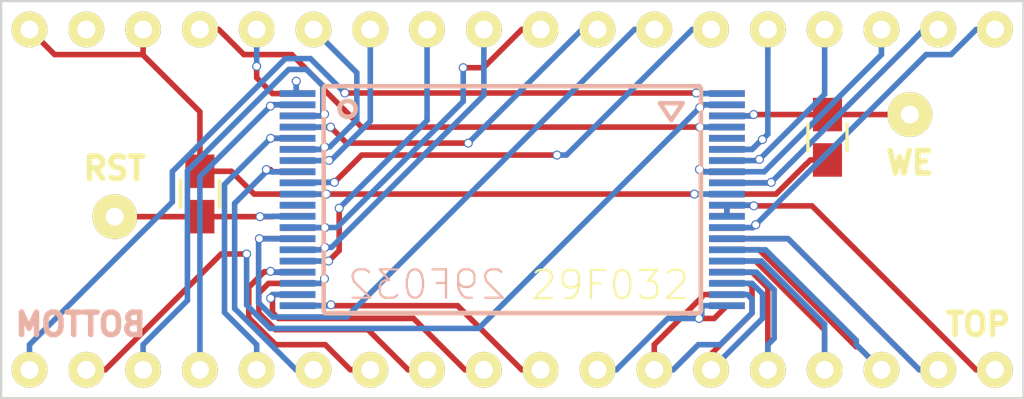
<source format=kicad_pcb>
(kicad_pcb (version 4) (host pcbnew 4.0.2-stable)

  (general
    (links 81)
    (no_connects 0)
    (area 50.749999 134.442999 96.570001 152.323001)
    (thickness 1.6)
    (drawings 8)
    (tracks 380)
    (zones 0)
    (modules 7)
    (nets 37)
  )

  (page A4)
  (layers
    (0 F.Cu signal)
    (31 B.Cu signal)
    (32 B.Adhes user)
    (33 F.Adhes user)
    (34 B.Paste user)
    (35 F.Paste user)
    (36 B.SilkS user)
    (37 F.SilkS user)
    (38 B.Mask user)
    (39 F.Mask user)
    (40 Dwgs.User user)
    (41 Cmts.User user)
    (42 Eco1.User user)
    (43 Eco2.User user)
    (44 Edge.Cuts user)
    (45 Margin user)
    (46 B.CrtYd user)
    (47 F.CrtYd user)
    (48 B.Fab user)
    (49 F.Fab user)
  )

  (setup
    (last_trace_width 0.25)
    (trace_clearance 0.2)
    (zone_clearance 0)
    (zone_45_only yes)
    (trace_min 0.2)
    (segment_width 0.2)
    (edge_width 0.1)
    (via_size 0.4)
    (via_drill 0.3)
    (via_min_size 0.4)
    (via_min_drill 0.3)
    (uvia_size 0.3)
    (uvia_drill 0.1)
    (uvias_allowed no)
    (uvia_min_size 0.2)
    (uvia_min_drill 0.1)
    (pcb_text_width 0.3)
    (pcb_text_size 1.5 1.5)
    (mod_edge_width 0.15)
    (mod_text_size 1 1)
    (mod_text_width 0.15)
    (pad_size 1.99898 1.99898)
    (pad_drill 0.8001)
    (pad_to_mask_clearance 0)
    (aux_axis_origin 0 0)
    (visible_elements 7FFFFF7F)
    (pcbplotparams
      (layerselection 0x00030_80000001)
      (usegerberextensions false)
      (excludeedgelayer true)
      (linewidth 0.100000)
      (plotframeref false)
      (viasonmask false)
      (mode 1)
      (useauxorigin false)
      (hpglpennumber 1)
      (hpglpenspeed 20)
      (hpglpendiameter 15)
      (hpglpenoverlay 2)
      (psnegative false)
      (psa4output false)
      (plotreference true)
      (plotvalue true)
      (plotinvisibletext false)
      (padsonsilk false)
      (subtractmaskfromsilk false)
      (outputformat 1)
      (mirror false)
      (drillshape 0)
      (scaleselection 1)
      (outputdirectory ""))
  )

  (net 0 "")
  (net 1 VCC)
  (net 2 /A20)
  (net 3 /A21)
  (net 4 /A17)
  (net 5 /A18)
  (net 6 /A15)
  (net 7 /A12)
  (net 8 /A7)
  (net 9 /A6)
  (net 10 /A5)
  (net 11 /A4)
  (net 12 /A3)
  (net 13 /A2)
  (net 14 /A1)
  (net 15 /A0)
  (net 16 /D0)
  (net 17 /D1)
  (net 18 /D2)
  (net 19 GND)
  (net 20 /D3)
  (net 21 /D4)
  (net 22 /D5)
  (net 23 /D6)
  (net 24 /D7)
  (net 25 /CE)
  (net 26 /A10)
  (net 27 /A16)
  (net 28 /A11)
  (net 29 /A9)
  (net 30 /A8)
  (net 31 /A13)
  (net 32 /A14)
  (net 33 /A19)
  (net 34 /OE)
  (net 35 /RST)
  (net 36 /WE)

  (net_class Default "Dies ist die voreingestellte Netzklasse."
    (clearance 0.2)
    (trace_width 0.25)
    (via_dia 0.4)
    (via_drill 0.3)
    (uvia_dia 0.3)
    (uvia_drill 0.1)
    (add_net /A0)
    (add_net /A1)
    (add_net /A10)
    (add_net /A11)
    (add_net /A12)
    (add_net /A13)
    (add_net /A14)
    (add_net /A15)
    (add_net /A16)
    (add_net /A17)
    (add_net /A18)
    (add_net /A19)
    (add_net /A2)
    (add_net /A20)
    (add_net /A21)
    (add_net /A3)
    (add_net /A4)
    (add_net /A5)
    (add_net /A6)
    (add_net /A7)
    (add_net /A8)
    (add_net /A9)
    (add_net /CE)
    (add_net /D0)
    (add_net /D1)
    (add_net /D2)
    (add_net /D3)
    (add_net /D4)
    (add_net /D5)
    (add_net /D6)
    (add_net /D7)
    (add_net /OE)
    (add_net /RST)
    (add_net /WE)
    (add_net GND)
    (add_net VCC)
  )

  (module "36Pin DIP:TSOP40" (layer F.Cu) (tedit 57986D12) (tstamp 577A2511)
    (at 73.66 143.383 270)
    (descr "THIN SMALL OUTLINE PLASTIC PACKAGE")
    (tags "THIN SMALL OUTLINE PLASTIC PACKAGE")
    (path /577A1873)
    (attr smd)
    (fp_text reference U2 (at -6.07822 5.715 360) (layer F.SilkS) hide
      (effects (font (size 1.27 1.27) (thickness 0.1016)))
    )
    (fp_text value 29F032 (at 3.83 -4.371 360) (layer F.SilkS)
      (effects (font (size 1.27 1.27) (thickness 0.1016)))
    )
    (fp_circle (center -4.064 7.366) (end -3.81 7.112) (layer F.SilkS) (width 0.2032))
    (fp_line (start 5.08 8.382) (end 5.08 -8.382) (layer F.SilkS) (width 0.2032))
    (fp_line (start -5.08 8.382) (end -5.08 -8.382) (layer F.SilkS) (width 0.2032))
    (fp_line (start 4.99364 8.4328) (end -4.99364 8.4328) (layer F.SilkS) (width 0.2032))
    (fp_line (start -4.99364 -8.4328) (end 4.99364 -8.4328) (layer F.SilkS) (width 0.2032))
    (pad 1 smd rect (at -4.7498 9.59866 270) (size 0.29972 1.59766) (layers F.Cu F.Paste F.Mask)
      (net 33 /A19))
    (pad 2 smd rect (at -4.24942 9.59866 270) (size 0.29972 1.59766) (layers F.Cu F.Paste F.Mask)
      (net 5 /A18))
    (pad 3 smd rect (at -3.74904 9.59866 270) (size 0.29972 1.59766) (layers F.Cu F.Paste F.Mask)
      (net 4 /A17))
    (pad 4 smd rect (at -3.24866 9.59866 270) (size 0.29972 1.59766) (layers F.Cu F.Paste F.Mask)
      (net 27 /A16))
    (pad 5 smd rect (at -2.74828 9.59866 270) (size 0.29972 1.59766) (layers F.Cu F.Paste F.Mask)
      (net 6 /A15))
    (pad 6 smd rect (at -2.2479 9.59866 270) (size 0.29972 1.59766) (layers F.Cu F.Paste F.Mask)
      (net 32 /A14))
    (pad 7 smd rect (at -1.75006 9.59866 270) (size 0.29972 1.59766) (layers F.Cu F.Paste F.Mask)
      (net 31 /A13))
    (pad 8 smd rect (at -1.24968 9.59866 270) (size 0.29972 1.59766) (layers F.Cu F.Paste F.Mask)
      (net 7 /A12))
    (pad 9 smd rect (at -0.7493 9.59866 270) (size 0.29972 1.59766) (layers F.Cu F.Paste F.Mask)
      (net 25 /CE))
    (pad 10 smd rect (at -0.24892 9.59866 270) (size 0.29972 1.59766) (layers F.Cu F.Paste F.Mask)
      (net 1 VCC))
    (pad 11 smd rect (at 0.24892 9.59866 270) (size 0.29972 1.59766) (layers F.Cu F.Paste F.Mask))
    (pad 12 smd rect (at 0.7493 9.59866 270) (size 0.29972 1.59766) (layers F.Cu F.Paste F.Mask)
      (net 35 /RST))
    (pad 13 smd rect (at 1.24968 9.59866 270) (size 0.29972 1.59766) (layers F.Cu F.Paste F.Mask)
      (net 28 /A11))
    (pad 14 smd rect (at 1.74752 9.59866 270) (size 0.29972 1.59766) (layers F.Cu F.Paste F.Mask)
      (net 26 /A10))
    (pad 15 smd rect (at 2.2479 9.59866 270) (size 0.29972 1.59766) (layers F.Cu F.Paste F.Mask)
      (net 29 /A9))
    (pad 16 smd rect (at 2.74828 9.59866 270) (size 0.29972 1.59766) (layers F.Cu F.Paste F.Mask)
      (net 30 /A8))
    (pad 17 smd rect (at 3.24866 9.59866 270) (size 0.29972 1.59766) (layers F.Cu F.Paste F.Mask)
      (net 8 /A7))
    (pad 18 smd rect (at 3.74904 9.59866 270) (size 0.29972 1.59766) (layers F.Cu F.Paste F.Mask)
      (net 9 /A6))
    (pad 19 smd rect (at 4.24942 9.59866 270) (size 0.29972 1.59766) (layers F.Cu F.Paste F.Mask)
      (net 10 /A5))
    (pad 20 smd rect (at 4.7498 9.59866 270) (size 0.29972 1.59766) (layers F.Cu F.Paste F.Mask)
      (net 11 /A4))
    (pad 21 smd rect (at 4.7498 -9.59866 270) (size 0.29972 1.59766) (layers F.Cu F.Paste F.Mask)
      (net 12 /A3))
    (pad 22 smd rect (at 4.24942 -9.59866 270) (size 0.29972 1.59766) (layers F.Cu F.Paste F.Mask)
      (net 13 /A2))
    (pad 23 smd rect (at 3.74904 -9.59866 270) (size 0.29972 1.59766) (layers F.Cu F.Paste F.Mask)
      (net 14 /A1))
    (pad 24 smd rect (at 3.24866 -9.59866 270) (size 0.29972 1.59766) (layers F.Cu F.Paste F.Mask)
      (net 15 /A0))
    (pad 25 smd rect (at 2.74828 -9.59866 270) (size 0.29972 1.59766) (layers F.Cu F.Paste F.Mask)
      (net 16 /D0))
    (pad 26 smd rect (at 2.2479 -9.59866 270) (size 0.29972 1.59766) (layers F.Cu F.Paste F.Mask)
      (net 17 /D1))
    (pad 27 smd rect (at 1.74752 -9.59866 270) (size 0.29972 1.59766) (layers F.Cu F.Paste F.Mask)
      (net 18 /D2))
    (pad 28 smd rect (at 1.24968 -9.59866 270) (size 0.29972 1.59766) (layers F.Cu F.Paste F.Mask)
      (net 20 /D3))
    (pad 29 smd rect (at 0.7493 -9.59866 270) (size 0.29972 1.59766) (layers F.Cu F.Paste F.Mask)
      (net 19 GND))
    (pad 30 smd rect (at 0.24892 -9.59866 270) (size 0.29972 1.59766) (layers F.Cu F.Paste F.Mask)
      (net 19 GND))
    (pad 31 smd rect (at -0.24892 -9.59866 270) (size 0.29972 1.59766) (layers F.Cu F.Paste F.Mask)
      (net 1 VCC))
    (pad 32 smd rect (at -0.7493 -9.59866 270) (size 0.29972 1.59766) (layers F.Cu F.Paste F.Mask)
      (net 21 /D4))
    (pad 33 smd rect (at -1.24968 -9.59866 270) (size 0.29972 1.59766) (layers F.Cu F.Paste F.Mask)
      (net 22 /D5))
    (pad 34 smd rect (at -1.75006 -9.59866 270) (size 0.29972 1.59766) (layers F.Cu F.Paste F.Mask)
      (net 23 /D6))
    (pad 35 smd rect (at -2.2479 -9.59866 270) (size 0.29972 1.59766) (layers F.Cu F.Paste F.Mask)
      (net 24 /D7))
    (pad 36 smd rect (at -2.74828 -9.59866 270) (size 0.29972 1.59766) (layers F.Cu F.Paste F.Mask))
    (pad 37 smd rect (at -3.24866 -9.59866 270) (size 0.29972 1.59766) (layers F.Cu F.Paste F.Mask)
      (net 34 /OE))
    (pad 38 smd rect (at -3.74904 -9.59866 270) (size 0.29972 1.59766) (layers F.Cu F.Paste F.Mask)
      (net 36 /WE))
    (pad 39 smd rect (at -4.24942 -9.59866 270) (size 0.29972 1.59766) (layers F.Cu F.Paste F.Mask)
      (net 3 /A21))
    (pad 40 smd rect (at -4.7498 -9.59866 270) (size 0.29972 1.59766) (layers F.Cu F.Paste F.Mask)
      (net 2 /A20))
  )

  (module "36Pin DIP:TSOP40-REVERSE" (layer B.Cu) (tedit 57986D17) (tstamp 577A2545)
    (at 73.66 143.383 270)
    (descr "THIN SMALL OUTLINE PLASTIC PACKAGE")
    (tags "THIN SMALL OUTLINE PLASTIC PACKAGE")
    (path /577A270A)
    (attr smd)
    (fp_text reference U3 (at -6.07822 -5.715 360) (layer B.SilkS) hide
      (effects (font (size 1.27 1.27) (thickness 0.1016)) (justify mirror))
    )
    (fp_text value 29F032 (at 3.81 3.81 360) (layer B.SilkS)
      (effects (font (size 1.27 1.27) (thickness 0.1016)) (justify mirror))
    )
    (fp_line (start -3.556 -7.112) (end -4.318 -6.604) (layer B.SilkS) (width 0.2))
    (fp_line (start -4.318 -7.62) (end -3.556 -7.112) (layer B.SilkS) (width 0.2))
    (fp_line (start -4.318 -6.604) (end -4.318 -7.62) (layer B.SilkS) (width 0.2))
    (fp_circle (center -4.064 7.366) (end -3.81 7.62) (layer B.SilkS) (width 0.2032))
    (fp_line (start 5.08 -8.382) (end 5.08 8.382) (layer B.SilkS) (width 0.2032))
    (fp_line (start -5.08 -8.382) (end -5.08 8.382) (layer B.SilkS) (width 0.2032))
    (fp_line (start 4.99364 -8.4328) (end -4.99364 -8.4328) (layer B.SilkS) (width 0.2032))
    (fp_line (start -4.99364 8.4328) (end 4.99364 8.4328) (layer B.SilkS) (width 0.2032))
    (pad 40 smd rect (at -4.7498 -9.59866 270) (size 0.29972 1.59766) (layers B.Cu B.Paste B.Mask)
      (net 2 /A20))
    (pad 39 smd rect (at -4.24942 -9.59866 270) (size 0.29972 1.59766) (layers B.Cu B.Paste B.Mask)
      (net 3 /A21))
    (pad 38 smd rect (at -3.74904 -9.59866 270) (size 0.29972 1.59766) (layers B.Cu B.Paste B.Mask)
      (net 36 /WE))
    (pad 37 smd rect (at -3.24866 -9.59866 270) (size 0.29972 1.59766) (layers B.Cu B.Paste B.Mask)
      (net 34 /OE))
    (pad 36 smd rect (at -2.74828 -9.59866 270) (size 0.29972 1.59766) (layers B.Cu B.Paste B.Mask))
    (pad 35 smd rect (at -2.2479 -9.59866 270) (size 0.29972 1.59766) (layers B.Cu B.Paste B.Mask)
      (net 24 /D7))
    (pad 34 smd rect (at -1.75006 -9.59866 270) (size 0.29972 1.59766) (layers B.Cu B.Paste B.Mask)
      (net 23 /D6))
    (pad 33 smd rect (at -1.24968 -9.59866 270) (size 0.29972 1.59766) (layers B.Cu B.Paste B.Mask)
      (net 22 /D5))
    (pad 32 smd rect (at -0.7493 -9.59866 270) (size 0.29972 1.59766) (layers B.Cu B.Paste B.Mask)
      (net 21 /D4))
    (pad 31 smd rect (at -0.24892 -9.59866 270) (size 0.29972 1.59766) (layers B.Cu B.Paste B.Mask)
      (net 1 VCC))
    (pad 30 smd rect (at 0.24892 -9.59866 270) (size 0.29972 1.59766) (layers B.Cu B.Paste B.Mask)
      (net 19 GND))
    (pad 29 smd rect (at 0.7493 -9.59866 270) (size 0.29972 1.59766) (layers B.Cu B.Paste B.Mask)
      (net 19 GND))
    (pad 28 smd rect (at 1.24968 -9.59866 270) (size 0.29972 1.59766) (layers B.Cu B.Paste B.Mask)
      (net 20 /D3))
    (pad 27 smd rect (at 1.74752 -9.59866 270) (size 0.29972 1.59766) (layers B.Cu B.Paste B.Mask)
      (net 18 /D2))
    (pad 26 smd rect (at 2.2479 -9.59866 270) (size 0.29972 1.59766) (layers B.Cu B.Paste B.Mask)
      (net 17 /D1))
    (pad 25 smd rect (at 2.74828 -9.59866 270) (size 0.29972 1.59766) (layers B.Cu B.Paste B.Mask)
      (net 16 /D0))
    (pad 24 smd rect (at 3.24866 -9.59866 270) (size 0.29972 1.59766) (layers B.Cu B.Paste B.Mask)
      (net 15 /A0))
    (pad 23 smd rect (at 3.74904 -9.59866 270) (size 0.29972 1.59766) (layers B.Cu B.Paste B.Mask)
      (net 14 /A1))
    (pad 22 smd rect (at 4.24942 -9.59866 270) (size 0.29972 1.59766) (layers B.Cu B.Paste B.Mask)
      (net 13 /A2))
    (pad 21 smd rect (at 4.7498 -9.59866 270) (size 0.29972 1.59766) (layers B.Cu B.Paste B.Mask)
      (net 12 /A3))
    (pad 20 smd rect (at 4.7498 9.59866 270) (size 0.29972 1.59766) (layers B.Cu B.Paste B.Mask)
      (net 11 /A4))
    (pad 19 smd rect (at 4.24942 9.59866 270) (size 0.29972 1.59766) (layers B.Cu B.Paste B.Mask)
      (net 10 /A5))
    (pad 18 smd rect (at 3.74904 9.59866 270) (size 0.29972 1.59766) (layers B.Cu B.Paste B.Mask)
      (net 9 /A6))
    (pad 17 smd rect (at 3.24866 9.59866 270) (size 0.29972 1.59766) (layers B.Cu B.Paste B.Mask)
      (net 8 /A7))
    (pad 16 smd rect (at 2.74828 9.59866 270) (size 0.29972 1.59766) (layers B.Cu B.Paste B.Mask)
      (net 30 /A8))
    (pad 15 smd rect (at 2.2479 9.59866 270) (size 0.29972 1.59766) (layers B.Cu B.Paste B.Mask)
      (net 29 /A9))
    (pad 14 smd rect (at 1.74752 9.59866 270) (size 0.29972 1.59766) (layers B.Cu B.Paste B.Mask)
      (net 26 /A10))
    (pad 13 smd rect (at 1.24968 9.59866 270) (size 0.29972 1.59766) (layers B.Cu B.Paste B.Mask)
      (net 28 /A11))
    (pad 12 smd rect (at 0.7493 9.59866 270) (size 0.29972 1.59766) (layers B.Cu B.Paste B.Mask)
      (net 35 /RST))
    (pad 11 smd rect (at 0.24892 9.59866 270) (size 0.29972 1.59766) (layers B.Cu B.Paste B.Mask))
    (pad 10 smd rect (at -0.24892 9.59866 270) (size 0.29972 1.59766) (layers B.Cu B.Paste B.Mask)
      (net 1 VCC))
    (pad 9 smd rect (at -0.7493 9.59866 270) (size 0.29972 1.59766) (layers B.Cu B.Paste B.Mask)
      (net 25 /CE))
    (pad 8 smd rect (at -1.24968 9.59866 270) (size 0.29972 1.59766) (layers B.Cu B.Paste B.Mask)
      (net 7 /A12))
    (pad 7 smd rect (at -1.75006 9.59866 270) (size 0.29972 1.59766) (layers B.Cu B.Paste B.Mask)
      (net 31 /A13))
    (pad 6 smd rect (at -2.2479 9.59866 270) (size 0.29972 1.59766) (layers B.Cu B.Paste B.Mask)
      (net 32 /A14))
    (pad 5 smd rect (at -2.74828 9.59866 270) (size 0.29972 1.59766) (layers B.Cu B.Paste B.Mask)
      (net 6 /A15))
    (pad 4 smd rect (at -3.24866 9.59866 270) (size 0.29972 1.59766) (layers B.Cu B.Paste B.Mask)
      (net 27 /A16))
    (pad 3 smd rect (at -3.74904 9.59866 270) (size 0.29972 1.59766) (layers B.Cu B.Paste B.Mask)
      (net 4 /A17))
    (pad 2 smd rect (at -4.24942 9.59866 270) (size 0.29972 1.59766) (layers B.Cu B.Paste B.Mask)
      (net 5 /A18))
    (pad 1 smd rect (at -4.7498 9.59866 270) (size 0.29972 1.59766) (layers B.Cu B.Paste B.Mask)
      (net 33 /A19))
  )

  (module Wire_Pads:SolderWirePad_single_0-8mmDrill (layer F.Cu) (tedit 577A79D6) (tstamp 577B66B1)
    (at 55.88 144.145)
    (fp_text reference PAD_RST (at 0 -2.54) (layer F.SilkS) hide
      (effects (font (size 1 1) (thickness 0.15)))
    )
    (fp_text value SolderWirePad_single_0-8mmDrill (at 0 2.54) (layer F.Fab) hide
      (effects (font (size 1 1) (thickness 0.15)))
    )
    (pad 1 thru_hole circle (at 0 0) (size 1.99898 1.99898) (drill 0.8001) (layers *.Cu *.Mask F.SilkS)
      (net 35 /RST))
  )

  (module Wire_Pads:SolderWirePad_single_0-8mmDrill (layer F.Cu) (tedit 577A79DF) (tstamp 577B66C9)
    (at 91.44 139.573)
    (fp_text reference PAD_WE (at 0 -2.54) (layer F.SilkS) hide
      (effects (font (size 1 1) (thickness 0.15)))
    )
    (fp_text value SolderWirePad_single_0-8mmDrill (at 0 2.54) (layer F.Fab) hide
      (effects (font (size 1 1) (thickness 0.15)))
    )
    (pad 1 thru_hole circle (at 0 0) (size 1.99898 1.99898) (drill 0.8001) (layers *.Cu *.Mask F.SilkS)
      (net 36 /WE))
  )

  (module "36Pin DIP:R_0805_HandSoldering" (layer F.Cu) (tedit 577B6D90) (tstamp 577A6ACE)
    (at 87.757 140.589 90)
    (descr "Resistor SMD 0805, hand soldering")
    (tags "resistor 0805")
    (path /577A7137)
    (attr smd)
    (fp_text reference R1 (at 0 -2.1 90) (layer F.SilkS) hide
      (effects (font (size 1 1) (thickness 0.15)))
    )
    (fp_text value R (at 0 2.1 90) (layer F.Fab) hide
      (effects (font (size 1 1) (thickness 0.15)))
    )
    (fp_line (start -2.4 -1) (end 2.4 -1) (layer F.CrtYd) (width 0.05))
    (fp_line (start -2.4 1) (end 2.4 1) (layer F.CrtYd) (width 0.05))
    (fp_line (start -2.4 -1) (end -2.4 1) (layer F.CrtYd) (width 0.05))
    (fp_line (start 2.4 -1) (end 2.4 1) (layer F.CrtYd) (width 0.05))
    (fp_line (start 0.6 0.875) (end -0.6 0.875) (layer F.SilkS) (width 0.15))
    (fp_line (start -0.6 -0.875) (end 0.6 -0.875) (layer F.SilkS) (width 0.15))
    (pad 1 smd rect (at -1.016 0 90) (size 1.5 1.3) (layers F.Cu F.Paste F.Mask)
      (net 1 VCC))
    (pad 2 smd rect (at 1.016 0 90) (size 1.5 1.3) (layers F.Cu F.Paste F.Mask)
      (net 36 /WE))
    (model Resistors_SMD.3dshapes/R_0805_HandSoldering.wrl
      (at (xyz 0 0 0))
      (scale (xyz 1 1 1))
      (rotate (xyz 0 0 0))
    )
  )

  (module "36Pin DIP:R_0805_HandSoldering" (layer F.Cu) (tedit 577B6D90) (tstamp 577A6ADA)
    (at 59.69 143.129 270)
    (descr "Resistor SMD 0805, hand soldering")
    (tags "resistor 0805")
    (path /577A75F6)
    (attr smd)
    (fp_text reference R2 (at 0 -2.1 270) (layer F.SilkS) hide
      (effects (font (size 1 1) (thickness 0.15)))
    )
    (fp_text value R (at 0 2.1 270) (layer F.Fab) hide
      (effects (font (size 1 1) (thickness 0.15)))
    )
    (fp_line (start -2.4 -1) (end 2.4 -1) (layer F.CrtYd) (width 0.05))
    (fp_line (start -2.4 1) (end 2.4 1) (layer F.CrtYd) (width 0.05))
    (fp_line (start -2.4 -1) (end -2.4 1) (layer F.CrtYd) (width 0.05))
    (fp_line (start 2.4 -1) (end 2.4 1) (layer F.CrtYd) (width 0.05))
    (fp_line (start 0.6 0.875) (end -0.6 0.875) (layer F.SilkS) (width 0.15))
    (fp_line (start -0.6 -0.875) (end 0.6 -0.875) (layer F.SilkS) (width 0.15))
    (pad 1 smd rect (at -1.016 0 270) (size 1.5 1.3) (layers F.Cu F.Paste F.Mask)
      (net 1 VCC))
    (pad 2 smd rect (at 1.016 0 270) (size 1.5 1.3) (layers F.Cu F.Paste F.Mask)
      (net 35 /RST))
    (model Resistors_SMD.3dshapes/R_0805_HandSoldering.wrl
      (at (xyz 0 0 0))
      (scale (xyz 1 1 1))
      (rotate (xyz 0 0 0))
    )
  )

  (module "36Pin DIP:DIP-40_W15.24mm" (layer F.Cu) (tedit 5797249E) (tstamp 579725B8)
    (at 52.07 151.003 90)
    (descr "40-lead dip package, row spacing 15.24 mm (600 mils)")
    (tags "dil dip 2.54 600")
    (path /5756C9EB)
    (fp_text reference U1 (at 0 -5.22 90) (layer F.SilkS) hide
      (effects (font (size 1 1) (thickness 0.15)))
    )
    (fp_text value SNES_Mask_ROM (at 0 -3.72 90) (layer F.Fab) hide
      (effects (font (size 1 1) (thickness 0.15)))
    )
    (pad 1 thru_hole oval (at 0 0 90) (size 1.6 1.6) (drill 0.8) (layers *.Cu *.Mask F.SilkS)
      (net 2 /A20))
    (pad 2 thru_hole oval (at 0 2.54 90) (size 1.6 1.6) (drill 0.8) (layers *.Cu *.Mask F.SilkS)
      (net 3 /A21))
    (pad 3 thru_hole oval (at 0 5.08 90) (size 1.6 1.6) (drill 0.8) (layers *.Cu *.Mask F.SilkS)
      (net 4 /A17))
    (pad 4 thru_hole oval (at 0 7.62 90) (size 1.6 1.6) (drill 0.8) (layers *.Cu *.Mask F.SilkS)
      (net 5 /A18))
    (pad 5 thru_hole oval (at 0 10.16 90) (size 1.6 1.6) (drill 0.8) (layers *.Cu *.Mask F.SilkS)
      (net 6 /A15))
    (pad 6 thru_hole oval (at 0 12.7 90) (size 1.6 1.6) (drill 0.8) (layers *.Cu *.Mask F.SilkS)
      (net 7 /A12))
    (pad 7 thru_hole oval (at 0 15.24 90) (size 1.6 1.6) (drill 0.8) (layers *.Cu *.Mask F.SilkS)
      (net 8 /A7))
    (pad 8 thru_hole oval (at 0 17.78 90) (size 1.6 1.6) (drill 0.8) (layers *.Cu *.Mask F.SilkS)
      (net 9 /A6))
    (pad 9 thru_hole oval (at 0 20.32 90) (size 1.6 1.6) (drill 0.8) (layers *.Cu *.Mask F.SilkS)
      (net 10 /A5))
    (pad 10 thru_hole oval (at 0 22.86 90) (size 1.6 1.6) (drill 0.8) (layers *.Cu *.Mask F.SilkS)
      (net 11 /A4))
    (pad 11 thru_hole oval (at 0 25.4 90) (size 1.6 1.6) (drill 0.8) (layers *.Cu *.Mask F.SilkS)
      (net 12 /A3))
    (pad 12 thru_hole oval (at 0 27.94 90) (size 1.6 1.6) (drill 0.8) (layers *.Cu *.Mask F.SilkS)
      (net 13 /A2))
    (pad 13 thru_hole oval (at 0 30.48 90) (size 1.6 1.6) (drill 0.8) (layers *.Cu *.Mask F.SilkS)
      (net 14 /A1))
    (pad 14 thru_hole oval (at 0 33.02 90) (size 1.6 1.6) (drill 0.8) (layers *.Cu *.Mask F.SilkS)
      (net 15 /A0))
    (pad 15 thru_hole oval (at 0 35.56 90) (size 1.6 1.6) (drill 0.8) (layers *.Cu *.Mask F.SilkS)
      (net 16 /D0))
    (pad 16 thru_hole oval (at 0 38.1 90) (size 1.6 1.6) (drill 0.8) (layers *.Cu *.Mask F.SilkS)
      (net 17 /D1))
    (pad 17 thru_hole oval (at 0 40.64 90) (size 1.6 1.6) (drill 0.8) (layers *.Cu *.Mask F.SilkS)
      (net 18 /D2))
    (pad 18 thru_hole oval (at 0 43.18 90) (size 1.6 1.6) (drill 0.8) (layers *.Cu *.Mask F.SilkS)
      (net 19 GND))
    (pad 20 thru_hole oval (at 15.24 40.64 90) (size 1.6 1.6) (drill 0.8) (layers *.Cu *.Mask F.SilkS)
      (net 21 /D4))
    (pad 19 thru_hole oval (at 15.24 43.18 90) (size 1.6 1.6) (drill 0.8) (layers *.Cu *.Mask F.SilkS)
      (net 20 /D3))
    (pad 21 thru_hole oval (at 15.24 38.1 90) (size 1.6 1.6) (drill 0.8) (layers *.Cu *.Mask F.SilkS)
      (net 22 /D5))
    (pad 22 thru_hole oval (at 15.24 35.56 90) (size 1.6 1.6) (drill 0.8) (layers *.Cu *.Mask F.SilkS)
      (net 23 /D6))
    (pad 23 thru_hole oval (at 15.24 33.02 90) (size 1.6 1.6) (drill 0.8) (layers *.Cu *.Mask F.SilkS)
      (net 24 /D7))
    (pad 24 thru_hole oval (at 15.24 30.48 90) (size 1.6 1.6) (drill 0.8) (layers *.Cu *.Mask F.SilkS)
      (net 25 /CE))
    (pad 25 thru_hole oval (at 15.24 27.94 90) (size 1.6 1.6) (drill 0.8) (layers *.Cu *.Mask F.SilkS)
      (net 26 /A10))
    (pad 26 thru_hole oval (at 15.24 25.4 90) (size 1.6 1.6) (drill 0.8) (layers *.Cu *.Mask F.SilkS)
      (net 27 /A16))
    (pad 27 thru_hole oval (at 15.24 22.86 90) (size 1.6 1.6) (drill 0.8) (layers *.Cu *.Mask F.SilkS)
      (net 28 /A11))
    (pad 28 thru_hole oval (at 15.24 20.32 90) (size 1.6 1.6) (drill 0.8) (layers *.Cu *.Mask F.SilkS)
      (net 29 /A9))
    (pad 29 thru_hole oval (at 15.24 17.78 90) (size 1.6 1.6) (drill 0.8) (layers *.Cu *.Mask F.SilkS)
      (net 30 /A8))
    (pad 30 thru_hole oval (at 15.24 15.24 90) (size 1.6 1.6) (drill 0.8) (layers *.Cu *.Mask F.SilkS)
      (net 31 /A13))
    (pad 31 thru_hole oval (at 15.24 12.7 90) (size 1.6 1.6) (drill 0.8) (layers *.Cu *.Mask F.SilkS)
      (net 32 /A14))
    (pad 32 thru_hole oval (at 15.24 10.16 90) (size 1.6 1.6) (drill 0.8) (layers *.Cu *.Mask F.SilkS)
      (net 33 /A19))
    (pad 33 thru_hole oval (at 15.24 7.62 90) (size 1.6 1.6) (drill 0.8) (layers *.Cu *.Mask F.SilkS)
      (net 34 /OE))
    (pad 34 thru_hole oval (at 15.24 5.08 90) (size 1.6 1.6) (drill 0.8) (layers *.Cu *.Mask F.SilkS)
      (net 1 VCC))
    (pad 35 thru_hole oval (at 15.24 2.54 90) (size 1.6 1.6) (drill 0.8) (layers *.Cu *.Mask F.SilkS))
    (pad 36 thru_hole oval (at 15.24 0 90) (size 1.6 1.6) (drill 0.8) (layers *.Cu *.Mask F.SilkS)
      (net 1 VCC))
  )

  (gr_text BOTTOM (at 54.356 148.971) (layer B.SilkS)
    (effects (font (size 1 1) (thickness 0.25)) (justify mirror))
  )
  (gr_text TOP (at 94.488 148.971) (layer F.SilkS)
    (effects (font (size 1 1) (thickness 0.25)))
  )
  (gr_text WE (at 91.44 141.732) (layer F.SilkS)
    (effects (font (size 1 1) (thickness 0.25)))
  )
  (gr_text RST (at 55.88 141.986) (layer F.SilkS)
    (effects (font (size 1 1) (thickness 0.25)))
  )
  (gr_line (start 96.52 152.273) (end 50.8 152.273) (layer Edge.Cuts) (width 0.1))
  (gr_line (start 50.8 134.493) (end 96.52 134.493) (layer Edge.Cuts) (width 0.1))
  (gr_line (start 50.8 152.273) (end 50.8 134.493) (layer Edge.Cuts) (width 0.1))
  (gr_line (start 96.52 134.493) (end 96.52 152.273) (layer Edge.Cuts) (width 0.1))

  (segment (start 57.15 135.763) (end 57.15 136.870002) (width 0.25) (layer F.Cu) (net 1))
  (segment (start 57.15 136.870002) (end 57.132001 136.888001) (width 0.25) (layer F.Cu) (net 1))
  (segment (start 57.132001 136.888001) (end 59.69 139.446) (width 0.25) (layer F.Cu) (net 1))
  (segment (start 59.69 139.446) (end 59.69 142.113) (width 0.25) (layer F.Cu) (net 1))
  (segment (start 52.07 135.763) (end 53.195001 136.888001) (width 0.25) (layer F.Cu) (net 1))
  (segment (start 53.195001 136.888001) (end 57.132001 136.888001) (width 0.25) (layer F.Cu) (net 1))
  (segment (start 86.995 141.605) (end 86.7903 141.8097) (width 0.25) (layer F.Cu) (net 1))
  (segment (start 86.7903 141.8097) (end 86.7817 141.8097) (width 0.25) (layer F.Cu) (net 1))
  (segment (start 87.757 141.605) (end 86.995 141.605) (width 0.25) (layer F.Cu) (net 1))
  (via (at 65.3554 143.1341) (size 0.4) (layers F.Cu B.Cu) (net 1))
  (via (at 81.8033 143.1341) (size 0.4) (layers F.Cu B.Cu) (net 1))
  (segment (start 64.0613 143.1341) (end 65.1854 143.1341) (width 0.25) (layer F.Cu) (net 1))
  (segment (start 64.0613 143.1341) (end 65.1854 143.1341) (width 0.25) (layer B.Cu) (net 1))
  (segment (start 65.1854 143.1341) (end 65.3554 143.1341) (width 0.25) (layer B.Cu) (net 1))
  (segment (start 62.1191 143.1341) (end 64.0613 143.1341) (width 0.25) (layer F.Cu) (net 1))
  (segment (start 61.098 142.113) (end 62.1191 143.1341) (width 0.25) (layer F.Cu) (net 1))
  (segment (start 59.69 142.113) (end 61.098 142.113) (width 0.25) (layer F.Cu) (net 1))
  (segment (start 85.4573 143.1341) (end 86.7817 141.8097) (width 0.25) (layer F.Cu) (net 1))
  (segment (start 83.2587 143.1341) (end 85.4573 143.1341) (width 0.25) (layer F.Cu) (net 1))
  (segment (start 65.1854 143.1341) (end 65.3554 143.1341) (width 0.25) (layer F.Cu) (net 1))
  (segment (start 81.8033 143.1341) (end 83.2587 143.1341) (width 0.25) (layer B.Cu) (net 1))
  (segment (start 81.8033 143.1341) (end 83.2587 143.1341) (width 0.25) (layer F.Cu) (net 1))
  (segment (start 65.3554 143.1341) (end 81.8033 143.1341) (width 0.25) (layer F.Cu) (net 1))
  (via (at 81.8825 138.6062) (size 0.4) (layers F.Cu B.Cu) (net 2))
  (via (at 66.173 138.6062) (size 0.4) (layers F.Cu B.Cu) (net 2))
  (segment (start 81.9095 138.6332) (end 81.8825 138.6062) (width 0.25) (layer B.Cu) (net 2))
  (segment (start 83.2587 138.6332) (end 81.9095 138.6332) (width 0.25) (layer B.Cu) (net 2))
  (segment (start 52.07 151.003) (end 52.07 149.8777) (width 0.25) (layer B.Cu) (net 2))
  (segment (start 64.6348 137.068) (end 66.173 138.6062) (width 0.25) (layer B.Cu) (net 2))
  (segment (start 63.5129 137.068) (end 64.6348 137.068) (width 0.25) (layer B.Cu) (net 2))
  (segment (start 58.457 142.1239) (end 63.5129 137.068) (width 0.25) (layer B.Cu) (net 2))
  (segment (start 58.457 143.4907) (end 58.457 142.1239) (width 0.25) (layer B.Cu) (net 2))
  (segment (start 52.07 149.8777) (end 58.457 143.4907) (width 0.25) (layer B.Cu) (net 2))
  (segment (start 66.173 138.6062) (end 81.8825 138.6062) (width 0.25) (layer F.Cu) (net 2))
  (segment (start 82.1076 138.6062) (end 82.1346 138.6332) (width 0.25) (layer F.Cu) (net 2))
  (segment (start 81.8825 138.6062) (end 82.1076 138.6062) (width 0.25) (layer F.Cu) (net 2))
  (segment (start 83.2587 138.6332) (end 82.1346 138.6332) (width 0.25) (layer F.Cu) (net 2))
  (segment (start 54.61 151.003) (end 55.454 151.003) (width 0.25) (layer F.Cu) (net 3))
  (segment (start 55.454 151.003) (end 60.6401 145.8169) (width 0.25) (layer F.Cu) (net 3))
  (segment (start 60.6401 145.8169) (end 61.7799 145.8169) (width 0.25) (layer F.Cu) (net 3))
  (via (at 61.7799 145.8169) (size 0.4) (layers F.Cu B.Cu) (net 3))
  (via (at 82.0462 139.2606) (size 0.4) (layers F.Cu B.Cu) (net 3))
  (segment (start 83.2587 139.1336) (end 82.1346 139.1336) (width 0.25) (layer F.Cu) (net 3))
  (segment (start 82.1346 139.1722) (end 82.0462 139.2606) (width 0.25) (layer F.Cu) (net 3))
  (segment (start 82.1346 139.1336) (end 82.1346 139.1722) (width 0.25) (layer F.Cu) (net 3))
  (segment (start 82.1346 139.1722) (end 82.0462 139.2606) (width 0.25) (layer B.Cu) (net 3))
  (segment (start 82.1346 139.1336) (end 82.1346 139.1722) (width 0.25) (layer B.Cu) (net 3))
  (segment (start 61.7799 148.1011) (end 61.7799 145.8169) (width 0.25) (layer B.Cu) (net 3))
  (segment (start 62.8272 149.1484) (end 61.7799 148.1011) (width 0.25) (layer B.Cu) (net 3))
  (segment (start 72.1584 149.1484) (end 62.8272 149.1484) (width 0.25) (layer B.Cu) (net 3))
  (segment (start 82.0462 139.2606) (end 72.1584 149.1484) (width 0.25) (layer B.Cu) (net 3))
  (segment (start 83.2587 139.1336) (end 82.1346 139.1336) (width 0.25) (layer B.Cu) (net 3))
  (via (at 65.267 139.5524) (size 0.4) (layers F.Cu B.Cu) (net 4))
  (segment (start 57.15 151.003) (end 57.15 149.8777) (width 0.25) (layer B.Cu) (net 4))
  (segment (start 64.0613 139.634) (end 65.1854 139.634) (width 0.25) (layer B.Cu) (net 4))
  (segment (start 64.0613 139.634) (end 65.1854 139.634) (width 0.25) (layer F.Cu) (net 4))
  (segment (start 65.267 139.5524) (end 65.1854 139.634) (width 0.25) (layer F.Cu) (net 4))
  (segment (start 65.1854 139.5524) (end 65.267 139.5524) (width 0.25) (layer B.Cu) (net 4))
  (segment (start 65.1854 139.5524) (end 65.1854 139.634) (width 0.25) (layer B.Cu) (net 4))
  (segment (start 65.1854 138.2844) (end 65.1854 139.5524) (width 0.25) (layer B.Cu) (net 4))
  (segment (start 64.452 137.551) (end 65.1854 138.2844) (width 0.25) (layer B.Cu) (net 4))
  (segment (start 63.6668 137.551) (end 64.452 137.551) (width 0.25) (layer B.Cu) (net 4))
  (segment (start 59.1324 142.0854) (end 63.6668 137.551) (width 0.25) (layer B.Cu) (net 4))
  (segment (start 59.1324 147.8953) (end 59.1324 142.0854) (width 0.25) (layer B.Cu) (net 4))
  (segment (start 57.15 149.8777) (end 59.1324 147.8953) (width 0.25) (layer B.Cu) (net 4))
  (via (at 62.8433 139.1959) (size 0.4) (layers F.Cu B.Cu) (net 5))
  (segment (start 64.0613 139.1336) (end 62.9372 139.1336) (width 0.25) (layer B.Cu) (net 5))
  (segment (start 64.0613 139.1336) (end 62.9372 139.1336) (width 0.25) (layer F.Cu) (net 5))
  (segment (start 62.9056 139.1336) (end 62.8433 139.1959) (width 0.25) (layer F.Cu) (net 5))
  (segment (start 62.9372 139.1336) (end 62.9056 139.1336) (width 0.25) (layer F.Cu) (net 5))
  (segment (start 59.69 142.3492) (end 62.8433 139.1959) (width 0.25) (layer B.Cu) (net 5))
  (segment (start 59.69 151.003) (end 59.69 142.3492) (width 0.25) (layer B.Cu) (net 5))
  (segment (start 62.8749 139.1959) (end 62.9372 139.1336) (width 0.25) (layer B.Cu) (net 5))
  (segment (start 62.8433 139.1959) (end 62.8749 139.1959) (width 0.25) (layer B.Cu) (net 5))
  (via (at 62.8549 140.6347) (size 0.4) (layers F.Cu B.Cu) (net 6))
  (segment (start 62.23 151.003) (end 62.23 149.8777) (width 0.25) (layer B.Cu) (net 6))
  (segment (start 64.0613 140.6347) (end 62.9372 140.6347) (width 0.25) (layer B.Cu) (net 6))
  (segment (start 64.0613 140.6347) (end 62.9372 140.6347) (width 0.25) (layer F.Cu) (net 6))
  (segment (start 62.9372 140.6347) (end 62.8549 140.6347) (width 0.25) (layer F.Cu) (net 6))
  (segment (start 60.7909 142.6987) (end 62.8549 140.6347) (width 0.25) (layer B.Cu) (net 6))
  (segment (start 60.7909 148.4386) (end 60.7909 142.6987) (width 0.25) (layer B.Cu) (net 6))
  (segment (start 62.23 149.8777) (end 60.7909 148.4386) (width 0.25) (layer B.Cu) (net 6))
  (segment (start 62.8549 140.6347) (end 62.9372 140.6347) (width 0.25) (layer B.Cu) (net 6))
  (segment (start 64.77 151.003) (end 63.9922 151.003) (width 0.25) (layer B.Cu) (net 7))
  (segment (start 63.9922 151.003) (end 61.2439 148.2547) (width 0.25) (layer B.Cu) (net 7))
  (segment (start 61.2439 148.2547) (end 61.2439 143.551) (width 0.25) (layer B.Cu) (net 7))
  (segment (start 61.2439 143.551) (end 62.6616 142.1333) (width 0.25) (layer B.Cu) (net 7))
  (via (at 62.6616 142.0379) (size 0.4) (layers F.Cu B.Cu) (net 7))
  (segment (start 64.0613 142.1333) (end 62.9372 142.1333) (width 0.25) (layer B.Cu) (net 7))
  (segment (start 64.0613 142.1333) (end 62.9372 142.1333) (width 0.25) (layer F.Cu) (net 7))
  (segment (start 62.8418 142.0379) (end 62.9372 142.1333) (width 0.25) (layer F.Cu) (net 7))
  (segment (start 62.6616 142.0379) (end 62.8418 142.0379) (width 0.25) (layer F.Cu) (net 7))
  (segment (start 62.6616 142.1333) (end 62.9372 142.1333) (width 0.25) (layer B.Cu) (net 7))
  (segment (start 62.6616 142.1333) (end 62.6616 142.0379) (width 0.25) (layer B.Cu) (net 7))
  (segment (start 67.31 151.003) (end 66.4218 151.003) (width 0.25) (layer F.Cu) (net 8))
  (segment (start 66.4218 151.003) (end 65.2965 149.8777) (width 0.25) (layer F.Cu) (net 8))
  (segment (start 65.2965 149.8777) (end 63.0786 149.8777) (width 0.25) (layer F.Cu) (net 8))
  (segment (start 63.0786 149.8777) (end 61.8746 148.6737) (width 0.25) (layer F.Cu) (net 8))
  (segment (start 61.8746 148.6737) (end 61.8746 147.3073) (width 0.25) (layer F.Cu) (net 8))
  (segment (start 62.5693 146.6126) (end 62.8475 146.6126) (width 0.25) (layer F.Cu) (net 8))
  (segment (start 61.8746 147.3073) (end 62.5693 146.6126) (width 0.25) (layer F.Cu) (net 8))
  (via (at 62.8475 146.5935) (size 0.4) (layers F.Cu B.Cu) (net 8))
  (segment (start 64.0613 146.6317) (end 62.9372 146.6317) (width 0.25) (layer B.Cu) (net 8))
  (segment (start 62.8857 146.6317) (end 62.8475 146.5935) (width 0.25) (layer B.Cu) (net 8))
  (segment (start 62.9372 146.6317) (end 62.8857 146.6317) (width 0.25) (layer B.Cu) (net 8))
  (segment (start 62.8666 146.6317) (end 62.8475 146.6126) (width 0.25) (layer F.Cu) (net 8))
  (segment (start 64.0613 146.6317) (end 62.8666 146.6317) (width 0.25) (layer F.Cu) (net 8))
  (segment (start 62.8475 146.6126) (end 62.8475 146.5935) (width 0.25) (layer F.Cu) (net 8))
  (segment (start 69.85 151.003) (end 69.0061 151.003) (width 0.25) (layer F.Cu) (net 9))
  (segment (start 62.7598 147.132) (end 65.1854 147.132) (width 0.25) (layer F.Cu) (net 9))
  (segment (start 69.0061 151.003) (end 67.2053 149.2022) (width 0.25) (layer F.Cu) (net 9))
  (segment (start 67.2053 149.2022) (end 63.064 149.2022) (width 0.25) (layer F.Cu) (net 9))
  (segment (start 63.064 149.2022) (end 62.3274 148.4656) (width 0.25) (layer F.Cu) (net 9))
  (segment (start 65.1854 146.9985) (end 65.261 146.9229) (width 0.25) (layer F.Cu) (net 9))
  (segment (start 62.3274 148.4656) (end 62.3274 147.5644) (width 0.25) (layer F.Cu) (net 9))
  (segment (start 62.3274 147.5644) (end 62.7598 147.132) (width 0.25) (layer F.Cu) (net 9))
  (segment (start 65.1854 147.132) (end 65.1854 146.9985) (width 0.25) (layer F.Cu) (net 9))
  (via (at 65.261 146.9229) (size 0.4) (layers F.Cu B.Cu) (net 9))
  (segment (start 65.1854 146.9985) (end 65.261 146.9229) (width 0.25) (layer B.Cu) (net 9))
  (segment (start 65.1854 147.132) (end 65.1854 146.9985) (width 0.25) (layer B.Cu) (net 9))
  (segment (start 64.0613 147.132) (end 65.1854 147.132) (width 0.25) (layer B.Cu) (net 9))
  (segment (start 72.39 151.003) (end 71.5461 151.003) (width 0.25) (layer F.Cu) (net 10))
  (segment (start 71.5461 151.003) (end 69.2474 148.7043) (width 0.25) (layer F.Cu) (net 10))
  (segment (start 63.206 148.7043) (end 62.9372 148.4355) (width 0.25) (layer F.Cu) (net 10))
  (segment (start 69.2474 148.7043) (end 63.206 148.7043) (width 0.25) (layer F.Cu) (net 10))
  (segment (start 62.9372 148.4355) (end 62.9372 147.7956) (width 0.25) (layer F.Cu) (net 10))
  (via (at 62.8542 147.7956) (size 0.4) (layers F.Cu B.Cu) (net 10))
  (segment (start 64.0613 147.6324) (end 62.9372 147.6324) (width 0.25) (layer F.Cu) (net 10))
  (segment (start 62.9372 147.7126) (end 62.9372 147.6324) (width 0.25) (layer B.Cu) (net 10))
  (segment (start 62.8542 147.7956) (end 62.9372 147.7126) (width 0.25) (layer B.Cu) (net 10))
  (segment (start 62.9372 147.7956) (end 62.8542 147.7956) (width 0.25) (layer F.Cu) (net 10))
  (segment (start 62.9372 147.7956) (end 62.9372 147.6324) (width 0.25) (layer F.Cu) (net 10))
  (segment (start 64.0613 147.6324) (end 62.9372 147.6324) (width 0.25) (layer B.Cu) (net 10))
  (segment (start 74.93 151.003) (end 74.086 151.003) (width 0.25) (layer F.Cu) (net 11))
  (segment (start 74.086 151.003) (end 71.2158 148.1328) (width 0.25) (layer F.Cu) (net 11))
  (segment (start 71.2158 148.1328) (end 65.5513 148.1328) (width 0.25) (layer F.Cu) (net 11))
  (segment (start 74.6487 150.7217) (end 74.93 151.003) (width 0.25) (layer F.Cu) (net 11))
  (via (at 65.5513 148.0925) (size 0.4) (layers F.Cu B.Cu) (net 11))
  (segment (start 65.511 148.1328) (end 65.5513 148.0925) (width 0.25) (layer B.Cu) (net 11))
  (segment (start 64.0613 148.1328) (end 65.511 148.1328) (width 0.25) (layer B.Cu) (net 11))
  (segment (start 65.5513 148.1328) (end 65.5513 148.0925) (width 0.25) (layer F.Cu) (net 11))
  (segment (start 65.5513 148.1328) (end 64.0613 148.1328) (width 0.25) (layer F.Cu) (net 11))
  (segment (start 77.47 151.003) (end 78.314 151.003) (width 0.25) (layer B.Cu) (net 12))
  (segment (start 78.314 151.003) (end 80.6139 148.7031) (width 0.25) (layer B.Cu) (net 12))
  (segment (start 80.6139 148.7031) (end 82.0119 148.7031) (width 0.25) (layer B.Cu) (net 12))
  (segment (start 77.7513 150.7217) (end 77.47 151.003) (width 0.25) (layer B.Cu) (net 12))
  (via (at 82.0119 148.7031) (size 0.4) (layers F.Cu B.Cu) (net 12))
  (segment (start 82.6884 148.7031) (end 82.0119 148.7031) (width 0.25) (layer F.Cu) (net 12))
  (segment (start 83.2587 148.1328) (end 82.6884 148.7031) (width 0.25) (layer F.Cu) (net 12))
  (segment (start 82.1346 148.5804) (end 82.1346 148.1328) (width 0.25) (layer B.Cu) (net 12))
  (segment (start 82.0119 148.7031) (end 82.1346 148.5804) (width 0.25) (layer B.Cu) (net 12))
  (segment (start 83.2587 148.1328) (end 82.1346 148.1328) (width 0.25) (layer B.Cu) (net 12))
  (segment (start 80.01 151.003) (end 80.8539 151.003) (width 0.25) (layer B.Cu) (net 13))
  (segment (start 84.3829 148.4519) (end 84.3829 147.8437) (width 0.25) (layer B.Cu) (net 13))
  (segment (start 80.8539 151.003) (end 81.9792 149.8777) (width 0.25) (layer B.Cu) (net 13))
  (segment (start 81.9792 149.8777) (end 82.9571 149.8777) (width 0.25) (layer B.Cu) (net 13))
  (segment (start 84.1716 147.6324) (end 83.2587 147.6324) (width 0.25) (layer B.Cu) (net 13))
  (segment (start 82.9571 149.8777) (end 84.3829 148.4519) (width 0.25) (layer B.Cu) (net 13))
  (segment (start 84.3829 147.8437) (end 84.1716 147.6324) (width 0.25) (layer B.Cu) (net 13))
  (segment (start 80.2914 150.7216) (end 80.01 151.003) (width 0.25) (layer B.Cu) (net 13))
  (segment (start 82.1346 147.7531) (end 82.1346 147.6324) (width 0.25) (layer F.Cu) (net 13))
  (segment (start 80.01 149.8777) (end 82.1346 147.7531) (width 0.25) (layer F.Cu) (net 13))
  (segment (start 80.01 151.003) (end 80.01 149.8777) (width 0.25) (layer F.Cu) (net 13))
  (segment (start 83.2587 147.6324) (end 82.1346 147.6324) (width 0.25) (layer F.Cu) (net 13))
  (segment (start 82.55 151.003) (end 82.55 150.2997) (width 0.25) (layer F.Cu) (net 14))
  (segment (start 82.55 150.2997) (end 84.3829 148.4668) (width 0.25) (layer F.Cu) (net 14))
  (segment (start 84.3829 148.4668) (end 84.3829 147.2687) (width 0.25) (layer F.Cu) (net 14))
  (segment (start 84.3829 147.2687) (end 84.2462 147.132) (width 0.25) (layer F.Cu) (net 14))
  (segment (start 84.2462 147.132) (end 83.2587 147.132) (width 0.25) (layer F.Cu) (net 14))
  (segment (start 84.8537 147.6029) (end 84.3828 147.132) (width 0.25) (layer B.Cu) (net 14))
  (segment (start 84.8537 148.6993) (end 84.8537 147.6029) (width 0.25) (layer B.Cu) (net 14))
  (segment (start 82.55 151.003) (end 84.8537 148.6993) (width 0.25) (layer B.Cu) (net 14))
  (segment (start 83.2587 147.132) (end 84.3828 147.132) (width 0.25) (layer B.Cu) (net 14))
  (segment (start 83.2587 146.6317) (end 84.3828 146.6317) (width 0.25) (layer F.Cu) (net 15))
  (segment (start 85.09 147.3389) (end 84.3828 146.6317) (width 0.25) (layer F.Cu) (net 15))
  (segment (start 85.09 149.8777) (end 85.09 147.3389) (width 0.25) (layer F.Cu) (net 15))
  (segment (start 85.09 151.003) (end 85.09 149.8777) (width 0.25) (layer F.Cu) (net 15))
  (segment (start 83.2587 146.6317) (end 84.3828 146.6317) (width 0.25) (layer B.Cu) (net 15))
  (segment (start 85.09 151.003) (end 85.09 149.8777) (width 0.25) (layer B.Cu) (net 15))
  (segment (start 84.5818 146.6317) (end 84.3828 146.6317) (width 0.25) (layer B.Cu) (net 15))
  (segment (start 85.3714 147.4213) (end 84.5818 146.6317) (width 0.25) (layer B.Cu) (net 15))
  (segment (start 85.3714 149.5963) (end 85.3714 147.4213) (width 0.25) (layer B.Cu) (net 15))
  (segment (start 85.09 149.8777) (end 85.3714 149.5963) (width 0.25) (layer B.Cu) (net 15))
  (segment (start 87.63 151.003) (end 87.63 149.8777) (width 0.25) (layer B.Cu) (net 16))
  (segment (start 84.8031 146.1313) (end 83.2587 146.1313) (width 0.25) (layer B.Cu) (net 16))
  (segment (start 87.63 148.9582) (end 84.8031 146.1313) (width 0.25) (layer B.Cu) (net 16))
  (segment (start 87.63 149.8777) (end 87.63 148.9582) (width 0.25) (layer B.Cu) (net 16))
  (segment (start 84.542 146.1313) (end 83.2587 146.1313) (width 0.25) (layer F.Cu) (net 16))
  (segment (start 87.63 149.2193) (end 84.542 146.1313) (width 0.25) (layer F.Cu) (net 16))
  (segment (start 87.63 151.003) (end 87.63 149.2193) (width 0.25) (layer F.Cu) (net 16))
  (segment (start 83.2587 145.6309) (end 84.9924 145.6309) (width 0.25) (layer B.Cu) (net 17))
  (segment (start 84.9924 145.6309) (end 89.0447 149.6832) (width 0.25) (layer B.Cu) (net 17))
  (segment (start 89.0447 149.6832) (end 89.0447 149.8777) (width 0.25) (layer B.Cu) (net 17))
  (segment (start 89.0447 149.8777) (end 90.17 151.003) (width 0.25) (layer B.Cu) (net 17))
  (segment (start 83.2587 145.6309) (end 84.7012 145.6309) (width 0.25) (layer F.Cu) (net 17))
  (segment (start 89.0447 149.9744) (end 89.1414 149.9744) (width 0.25) (layer F.Cu) (net 17))
  (segment (start 89.1414 149.9744) (end 90.17 151.003) (width 0.25) (layer F.Cu) (net 17))
  (segment (start 84.7012 145.6309) (end 89.0447 149.9744) (width 0.25) (layer F.Cu) (net 17))
  (segment (start 92.71 151.003) (end 91.866 151.003) (width 0.25) (layer F.Cu) (net 18))
  (segment (start 91.866 151.003) (end 85.9935 145.1305) (width 0.25) (layer F.Cu) (net 18))
  (segment (start 85.9935 145.1305) (end 83.2587 145.1305) (width 0.25) (layer F.Cu) (net 18))
  (segment (start 92.71 151.003) (end 91.866 151.003) (width 0.25) (layer B.Cu) (net 18))
  (segment (start 91.866 151.003) (end 85.9935 145.1305) (width 0.25) (layer B.Cu) (net 18))
  (segment (start 85.9935 145.1305) (end 83.2587 145.1305) (width 0.25) (layer B.Cu) (net 18))
  (segment (start 95.25 151.003) (end 94.406 151.003) (width 0.25) (layer F.Cu) (net 19))
  (segment (start 94.406 151.003) (end 87.0642 143.6612) (width 0.25) (layer F.Cu) (net 19))
  (segment (start 87.0642 143.6612) (end 84.4626 143.6612) (width 0.25) (layer F.Cu) (net 19))
  (segment (start 83.25866 143.63192) (end 83.25866 144.1323) (width 0.25) (layer B.Cu) (net 19))
  (segment (start 83.25866 143.63192) (end 83.25866 144.1323) (width 0.25) (layer F.Cu) (net 19))
  (via (at 84.4626 143.6612) (size 0.4) (layers F.Cu B.Cu) (net 19))
  (segment (start 84.4121 143.6612) (end 84.4626 143.6612) (width 0.25) (layer B.Cu) (net 19))
  (segment (start 84.3828 143.6319) (end 84.4121 143.6612) (width 0.25) (layer B.Cu) (net 19))
  (segment (start 84.4121 143.6612) (end 84.4626 143.6612) (width 0.25) (layer F.Cu) (net 19))
  (segment (start 84.3828 143.6319) (end 84.4121 143.6612) (width 0.25) (layer F.Cu) (net 19))
  (segment (start 83.8208 143.6319) (end 83.7591 143.6319) (width 0.25) (layer B.Cu) (net 19))
  (segment (start 83.2587 143.6319) (end 83.7591 143.6319) (width 0.25) (layer B.Cu) (net 19))
  (segment (start 83.8208 143.6319) (end 84.3828 143.6319) (width 0.25) (layer B.Cu) (net 19))
  (segment (start 83.8208 143.6319) (end 83.7591 143.6319) (width 0.25) (layer F.Cu) (net 19))
  (segment (start 83.2587 143.6319) (end 83.7591 143.6319) (width 0.25) (layer F.Cu) (net 19))
  (segment (start 83.8208 143.6319) (end 84.3828 143.6319) (width 0.25) (layer F.Cu) (net 19))
  (segment (start 95.25 135.763) (end 94.4061 135.763) (width 0.25) (layer B.Cu) (net 20))
  (segment (start 94.4061 135.763) (end 93.2808 136.8883) (width 0.25) (layer B.Cu) (net 20))
  (segment (start 93.2808 136.8883) (end 92.1674 136.8883) (width 0.25) (layer B.Cu) (net 20))
  (segment (start 92.1674 136.8883) (end 84.5482 144.5075) (width 0.25) (layer B.Cu) (net 20))
  (via (at 84.5482 144.5075) (size 0.4) (layers F.Cu B.Cu) (net 20))
  (segment (start 84.423 144.6327) (end 83.2587 144.6327) (width 0.25) (layer B.Cu) (net 20))
  (segment (start 84.5482 144.5075) (end 84.423 144.6327) (width 0.25) (layer B.Cu) (net 20))
  (segment (start 84.423 144.6327) (end 84.5482 144.5075) (width 0.25) (layer F.Cu) (net 20))
  (segment (start 83.2587 144.6327) (end 84.423 144.6327) (width 0.25) (layer F.Cu) (net 20))
  (segment (start 92.075 135.763) (end 91.5847 136.2533) (width 0.25) (layer B.Cu) (net 21))
  (segment (start 91.5847 136.2533) (end 91.5847 136.2637) (width 0.25) (layer B.Cu) (net 21))
  (segment (start 92.71 135.763) (end 92.075 135.763) (width 0.25) (layer B.Cu) (net 21))
  (segment (start 83.25866 142.6337) (end 85.2147 142.6337) (width 0.25) (layer B.Cu) (net 21))
  (segment (start 85.2147 142.6337) (end 85.2397 142.6087) (width 0.25) (layer B.Cu) (net 21))
  (segment (start 83.25866 142.6337) (end 85.2147 142.6337) (width 0.25) (layer F.Cu) (net 21))
  (segment (start 85.2147 142.6337) (end 85.2397 142.6087) (width 0.25) (layer F.Cu) (net 21))
  (via (at 85.2397 142.6087) (size 0.4) (layers F.Cu B.Cu) (net 21))
  (segment (start 91.5847 136.2637) (end 85.2397 142.6087) (width 0.25) (layer B.Cu) (net 21))
  (via (at 82.0299 142.0286) (size 0.4) (layers F.Cu B.Cu) (net 22))
  (segment (start 90.17 135.763) (end 90.17 136.8883) (width 0.25) (layer B.Cu) (net 22))
  (segment (start 84.925 142.1333) (end 83.2587 142.1333) (width 0.25) (layer B.Cu) (net 22))
  (segment (start 90.17 136.8883) (end 84.925 142.1333) (width 0.25) (layer B.Cu) (net 22))
  (segment (start 83.2587 142.1333) (end 82.1346 142.1333) (width 0.25) (layer F.Cu) (net 22))
  (segment (start 83.2587 142.1333) (end 82.1346 142.1333) (width 0.25) (layer B.Cu) (net 22))
  (segment (start 82.1346 142.1333) (end 82.0299 142.0286) (width 0.25) (layer B.Cu) (net 22))
  (segment (start 82.0299 142.0286) (end 82.1346 142.1333) (width 0.25) (layer F.Cu) (net 22))
  (via (at 84.7141 141.5801) (size 0.4) (layers F.Cu B.Cu) (net 23))
  (segment (start 84.6613 141.6329) (end 83.2587 141.6329) (width 0.25) (layer F.Cu) (net 23))
  (segment (start 84.7141 141.5801) (end 84.6613 141.6329) (width 0.25) (layer F.Cu) (net 23))
  (segment (start 87.63 138.6642) (end 84.7141 141.5801) (width 0.25) (layer B.Cu) (net 23))
  (segment (start 87.63 135.763) (end 87.63 138.6642) (width 0.25) (layer B.Cu) (net 23))
  (segment (start 84.6613 141.6329) (end 83.2587 141.6329) (width 0.25) (layer B.Cu) (net 23))
  (segment (start 84.7141 141.5801) (end 84.6613 141.6329) (width 0.25) (layer B.Cu) (net 23))
  (via (at 84.8457 140.6947) (size 0.4) (layers F.Cu B.Cu) (net 24))
  (segment (start 83.2587 141.1351) (end 84.3828 141.1351) (width 0.25) (layer B.Cu) (net 24))
  (segment (start 83.2587 141.1351) (end 84.3828 141.1351) (width 0.25) (layer F.Cu) (net 24))
  (segment (start 84.8232 140.6947) (end 84.3828 141.1351) (width 0.25) (layer F.Cu) (net 24))
  (segment (start 84.8457 140.6947) (end 84.8232 140.6947) (width 0.25) (layer F.Cu) (net 24))
  (segment (start 84.8232 140.6947) (end 84.3828 141.1351) (width 0.25) (layer B.Cu) (net 24))
  (segment (start 84.8457 140.6947) (end 84.8232 140.6947) (width 0.25) (layer B.Cu) (net 24))
  (segment (start 85.09 140.4504) (end 85.09 136.8883) (width 0.25) (layer B.Cu) (net 24))
  (segment (start 84.8457 140.6947) (end 85.09 140.4504) (width 0.25) (layer B.Cu) (net 24))
  (segment (start 85.09 135.763) (end 85.09 136.8883) (width 0.25) (layer B.Cu) (net 24))
  (segment (start 82.55 135.763) (end 81.706 135.763) (width 0.25) (layer B.Cu) (net 25))
  (segment (start 81.706 135.763) (end 76.0818 141.3872) (width 0.25) (layer B.Cu) (net 25))
  (segment (start 76.0818 141.3872) (end 75.6596 141.3872) (width 0.25) (layer B.Cu) (net 25))
  (via (at 65.7042 142.6087) (size 0.4) (layers F.Cu B.Cu) (net 25))
  (via (at 75.6596 141.3872) (size 0.4) (layers F.Cu B.Cu) (net 25))
  (segment (start 64.0863 142.6087) (end 65.7042 142.6087) (width 0.25) (layer B.Cu) (net 25))
  (segment (start 64.0613 142.6337) (end 64.0863 142.6087) (width 0.25) (layer B.Cu) (net 25))
  (segment (start 64.0863 142.6087) (end 64.0613 142.6337) (width 0.25) (layer F.Cu) (net 25))
  (segment (start 65.7042 142.6087) (end 64.0863 142.6087) (width 0.25) (layer F.Cu) (net 25))
  (segment (start 66.9257 141.3872) (end 65.7042 142.6087) (width 0.25) (layer F.Cu) (net 25))
  (segment (start 75.6596 141.3872) (end 66.9257 141.3872) (width 0.25) (layer F.Cu) (net 25))
  (segment (start 80.01 135.763) (end 79.1221 135.763) (width 0.25) (layer B.Cu) (net 26))
  (segment (start 79.1221 135.763) (end 66.2467 148.6384) (width 0.25) (layer B.Cu) (net 26))
  (segment (start 66.2467 148.6384) (end 62.9541 148.6384) (width 0.25) (layer B.Cu) (net 26))
  (segment (start 62.9541 148.6384) (end 62.3159 148.0002) (width 0.25) (layer B.Cu) (net 26))
  (segment (start 62.3159 148.0002) (end 62.3159 145.1647) (width 0.25) (layer B.Cu) (net 26))
  (segment (start 62.3159 145.1647) (end 62.3501 145.1305) (width 0.25) (layer B.Cu) (net 26))
  (via (at 62.3501 145.1305) (size 0.4) (layers F.Cu B.Cu) (net 26))
  (segment (start 64.0613 145.1305) (end 62.9372 145.1305) (width 0.25) (layer B.Cu) (net 26))
  (segment (start 62.3501 145.1305) (end 64.0613 145.1305) (width 0.25) (layer F.Cu) (net 26))
  (segment (start 62.3501 145.1305) (end 62.9372 145.1305) (width 0.25) (layer B.Cu) (net 26))
  (segment (start 77.47 135.763) (end 76.7805 135.763) (width 0.25) (layer B.Cu) (net 27))
  (segment (start 76.7805 135.763) (end 76.3447 136.1988) (width 0.25) (layer B.Cu) (net 27))
  (via (at 65.5359 140.1343) (size 0.4) (layers F.Cu B.Cu) (net 27))
  (via (at 71.6918 140.8517) (size 0.4) (layers F.Cu B.Cu) (net 27))
  (segment (start 64.0613 140.1343) (end 65.5359 140.1343) (width 0.25) (layer B.Cu) (net 27))
  (segment (start 65.5359 140.1343) (end 64.0613 140.1343) (width 0.25) (layer F.Cu) (net 27))
  (segment (start 76.3447 136.1988) (end 71.6918 140.8517) (width 0.25) (layer B.Cu) (net 27))
  (segment (start 66.2533 140.8517) (end 65.5359 140.1343) (width 0.25) (layer F.Cu) (net 27))
  (segment (start 71.6918 140.8517) (end 66.2533 140.8517) (width 0.25) (layer F.Cu) (net 27))
  (segment (start 74.93 135.763) (end 74.086 135.763) (width 0.25) (layer F.Cu) (net 28))
  (segment (start 74.086 135.763) (end 72.3733 137.4757) (width 0.25) (layer F.Cu) (net 28))
  (segment (start 72.3733 137.4757) (end 71.4655 137.4757) (width 0.25) (layer F.Cu) (net 28))
  (via (at 71.4655 137.4757) (size 0.4) (layers F.Cu B.Cu) (net 28))
  (via (at 65.2823 144.6327) (size 0.4) (layers F.Cu B.Cu) (net 28))
  (segment (start 64.0613 144.6327) (end 65.1854 144.6327) (width 0.25) (layer F.Cu) (net 28))
  (segment (start 64.0613 144.6327) (end 65.2823 144.6327) (width 0.25) (layer B.Cu) (net 28))
  (segment (start 71.4655 138.9822) (end 71.4655 137.4757) (width 0.25) (layer B.Cu) (net 28))
  (segment (start 65.815 144.6327) (end 71.4655 138.9822) (width 0.25) (layer B.Cu) (net 28))
  (segment (start 65.2823 144.6327) (end 65.815 144.6327) (width 0.25) (layer B.Cu) (net 28))
  (segment (start 65.1854 144.6327) (end 65.2823 144.6327) (width 0.25) (layer F.Cu) (net 28))
  (via (at 65.2846 145.5207) (size 0.4) (layers F.Cu B.Cu) (net 29))
  (segment (start 64.0613 145.6309) (end 65.1854 145.6309) (width 0.25) (layer B.Cu) (net 29))
  (segment (start 64.0613 145.6309) (end 65.1854 145.6309) (width 0.25) (layer F.Cu) (net 29))
  (segment (start 65.1854 145.6199) (end 65.1854 145.6309) (width 0.25) (layer B.Cu) (net 29))
  (segment (start 65.2846 145.5207) (end 65.1854 145.6199) (width 0.25) (layer B.Cu) (net 29))
  (segment (start 65.1854 145.6199) (end 65.2846 145.5207) (width 0.25) (layer F.Cu) (net 29))
  (segment (start 65.1854 145.6309) (end 65.1854 145.6199) (width 0.25) (layer F.Cu) (net 29))
  (segment (start 72.39 138.7054) (end 72.39 135.763) (width 0.25) (layer B.Cu) (net 29))
  (segment (start 65.5747 145.5207) (end 72.39 138.7054) (width 0.25) (layer B.Cu) (net 29))
  (segment (start 65.2846 145.5207) (end 65.5747 145.5207) (width 0.25) (layer B.Cu) (net 29))
  (via (at 65.9188 143.7684) (size 0.4) (layers F.Cu B.Cu) (net 30))
  (via (at 65.4475 146.1313) (size 0.4) (layers F.Cu B.Cu) (net 30))
  (segment (start 69.85 139.8372) (end 65.9188 143.7684) (width 0.25) (layer B.Cu) (net 30))
  (segment (start 69.85 135.763) (end 69.85 139.8372) (width 0.25) (layer B.Cu) (net 30))
  (segment (start 65.9188 145.66) (end 65.4475 146.1313) (width 0.25) (layer F.Cu) (net 30))
  (segment (start 65.9188 143.7684) (end 65.9188 145.66) (width 0.25) (layer F.Cu) (net 30))
  (segment (start 65.4475 146.1313) (end 64.0613 146.1313) (width 0.25) (layer F.Cu) (net 30))
  (segment (start 64.0613 146.1313) (end 65.4475 146.1313) (width 0.25) (layer B.Cu) (net 30))
  (via (at 65.4652 141.6253) (size 0.4) (layers F.Cu B.Cu) (net 31))
  (segment (start 67.31 135.763) (end 67.31 136.8883) (width 0.25) (layer B.Cu) (net 31))
  (segment (start 64.0613 141.6329) (end 65.1854 141.6329) (width 0.25) (layer F.Cu) (net 31))
  (segment (start 64.0613 141.6329) (end 65.1854 141.6329) (width 0.25) (layer B.Cu) (net 31))
  (segment (start 65.556 141.6253) (end 65.4652 141.6253) (width 0.25) (layer B.Cu) (net 31))
  (segment (start 67.31 139.8713) (end 65.556 141.6253) (width 0.25) (layer B.Cu) (net 31))
  (segment (start 67.31 136.8883) (end 67.31 139.8713) (width 0.25) (layer B.Cu) (net 31))
  (segment (start 65.193 141.6253) (end 65.4652 141.6253) (width 0.25) (layer F.Cu) (net 31))
  (segment (start 65.1854 141.6329) (end 65.193 141.6253) (width 0.25) (layer F.Cu) (net 31))
  (segment (start 65.193 141.6253) (end 65.1854 141.6329) (width 0.25) (layer B.Cu) (net 31))
  (segment (start 65.4652 141.6253) (end 65.193 141.6253) (width 0.25) (layer B.Cu) (net 31))
  (via (at 65.2706 141.0249) (size 0.4) (layers F.Cu B.Cu) (net 32))
  (segment (start 64.0613 141.1351) (end 65.1854 141.1351) (width 0.25) (layer F.Cu) (net 32))
  (segment (start 64.0613 141.1351) (end 65.1854 141.1351) (width 0.25) (layer B.Cu) (net 32))
  (segment (start 65.2706 141.0499) (end 65.2706 141.0249) (width 0.25) (layer B.Cu) (net 32))
  (segment (start 65.1854 141.1351) (end 65.2706 141.0499) (width 0.25) (layer B.Cu) (net 32))
  (segment (start 65.1854 141.1101) (end 65.2706 141.0249) (width 0.25) (layer F.Cu) (net 32))
  (segment (start 65.1854 141.1351) (end 65.1854 141.1101) (width 0.25) (layer F.Cu) (net 32))
  (segment (start 65.4916 141.0249) (end 65.2706 141.0249) (width 0.25) (layer B.Cu) (net 32))
  (segment (start 66.7086 139.8079) (end 65.4916 141.0249) (width 0.25) (layer B.Cu) (net 32))
  (segment (start 66.7086 137.7016) (end 66.7086 139.8079) (width 0.25) (layer B.Cu) (net 32))
  (segment (start 64.77 135.763) (end 66.7086 137.7016) (width 0.25) (layer B.Cu) (net 32))
  (segment (start 63.998 138.0772) (end 63.998 138.56986) (width 0.25) (layer B.Cu) (net 33))
  (segment (start 63.998 138.56986) (end 64.06134 138.6332) (width 0.25) (layer B.Cu) (net 33))
  (segment (start 63.998 138.0772) (end 63.998 138.56986) (width 0.25) (layer F.Cu) (net 33))
  (segment (start 63.998 138.56986) (end 64.06134 138.6332) (width 0.25) (layer F.Cu) (net 33))
  (segment (start 62.23 137.414) (end 62.23 137.926) (width 0.25) (layer F.Cu) (net 33))
  (segment (start 62.23 137.926) (end 62.9372 138.6332) (width 0.25) (layer F.Cu) (net 33))
  (segment (start 62.23 135.763) (end 62.23 137.414) (width 0.25) (layer B.Cu) (net 33))
  (via (at 62.23 137.414) (size 0.4) (layers F.Cu B.Cu) (net 33))
  (via (at 63.998 138.0772) (size 0.4) (layers F.Cu B.Cu) (net 33))
  (segment (start 64.0613 138.6332) (end 63.9464 138.6332) (width 0.25) (layer F.Cu) (net 33))
  (segment (start 63.9464 138.6332) (end 62.9372 138.6332) (width 0.25) (layer F.Cu) (net 33))
  (segment (start 63.9464 138.1288) (end 63.998 138.0772) (width 0.25) (layer F.Cu) (net 33))
  (segment (start 59.69 135.763) (end 60.5339 135.763) (width 0.25) (layer F.Cu) (net 34))
  (segment (start 60.5339 135.763) (end 61.6592 136.8883) (width 0.25) (layer F.Cu) (net 34))
  (segment (start 61.6592 136.8883) (end 63.8007 136.8883) (width 0.25) (layer F.Cu) (net 34))
  (segment (start 63.8007 136.8883) (end 65.1855 138.2731) (width 0.25) (layer F.Cu) (net 34))
  (segment (start 66.9209 140.1343) (end 82.0462 140.1343) (width 0.25) (layer F.Cu) (net 34))
  (segment (start 65.1855 138.2731) (end 65.1855 138.3989) (width 0.25) (layer F.Cu) (net 34))
  (segment (start 65.1855 138.3989) (end 66.9209 140.1343) (width 0.25) (layer F.Cu) (net 34))
  (via (at 82.0462 140.1343) (size 0.4) (layers F.Cu B.Cu) (net 34))
  (segment (start 82.0462 140.1343) (end 83.2587 140.1343) (width 0.25) (layer F.Cu) (net 34))
  (segment (start 83.2587 140.1343) (end 82.0462 140.1343) (width 0.25) (layer B.Cu) (net 34))
  (via (at 62.3756 144.145) (size 0.4) (layers F.Cu B.Cu) (net 35))
  (segment (start 64.0613 144.1323) (end 62.9372 144.1323) (width 0.25) (layer F.Cu) (net 35))
  (segment (start 62.9245 144.145) (end 62.3756 144.145) (width 0.25) (layer F.Cu) (net 35))
  (segment (start 62.9372 144.1323) (end 62.9245 144.145) (width 0.25) (layer F.Cu) (net 35))
  (segment (start 62.3883 144.1323) (end 62.3756 144.145) (width 0.25) (layer B.Cu) (net 35))
  (segment (start 64.0613 144.1323) (end 62.3883 144.1323) (width 0.25) (layer B.Cu) (net 35))
  (segment (start 62.3756 144.145) (end 59.69 144.145) (width 0.25) (layer F.Cu) (net 35))
  (segment (start 59.69 144.145) (end 55.88 144.145) (width 0.25) (layer F.Cu) (net 35))
  (segment (start 87.757 139.573) (end 84.455 139.573) (width 0.25) (layer F.Cu) (net 36))
  (via (at 84.455 139.573) (size 0.4) (layers F.Cu B.Cu) (net 36))
  (segment (start 83.2587 139.634) (end 84.3828 139.634) (width 0.25) (layer F.Cu) (net 36))
  (segment (start 87.757 139.573) (end 91.44 139.573) (width 0.25) (layer F.Cu) (net 36))
  (segment (start 83.2587 139.634) (end 84.3828 139.634) (width 0.25) (layer B.Cu) (net 36))
  (segment (start 84.3828 139.634) (end 84.4098 139.634) (width 0.25) (layer B.Cu) (net 36))

  (zone (net 0) (net_name "") (layer F.Cu) (tstamp 5782002F) (hatch edge 0.508)
    (connect_pads (clearance 0))
    (min_thickness 0.1)
    (keepout (tracks not_allowed) (vias not_allowed) (copperpour allowed))
    (fill (arc_segments 16) (thermal_gap 0.508) (thermal_bridge_width 0.508))
    (polygon
      (pts
        (xy 87.122 140.208) (xy 87.122 140.97) (xy 88.392 140.97) (xy 88.392 140.208)
      )
    )
  )
  (zone (net 0) (net_name "") (layer F.Cu) (tstamp 57820030) (hatch edge 0.508)
    (connect_pads (clearance 0))
    (min_thickness 0.1)
    (keepout (tracks not_allowed) (vias not_allowed) (copperpour allowed))
    (fill (arc_segments 16) (thermal_gap 0.508) (thermal_bridge_width 0.508))
    (polygon
      (pts
        (xy 59.055 142.748) (xy 59.055 143.51) (xy 60.325 143.51) (xy 60.325 142.748)
      )
    )
  )
)

</source>
